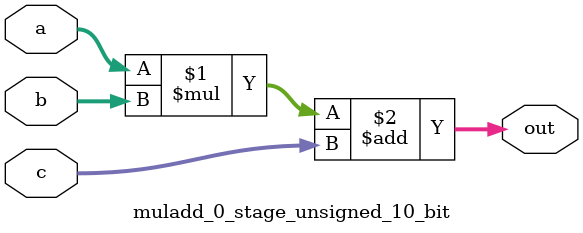
<source format=sv>
(* use_dsp = "yes" *) module muladd_0_stage_unsigned_10_bit(
	input  [9:0] a,
	input  [9:0] b,
	input  [9:0] c,
	output [9:0] out
	);

	assign out = (a * b) + c;
endmodule

</source>
